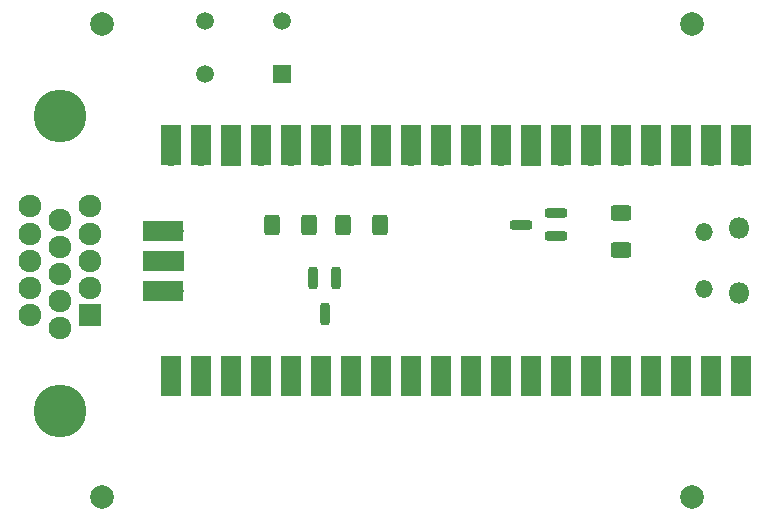
<source format=gbr>
%TF.GenerationSoftware,KiCad,Pcbnew,8.0.4*%
%TF.CreationDate,2025-01-24T17:00:10-06:00*%
%TF.ProjectId,potentiostat control,706f7465-6e74-4696-9f73-74617420636f,0.1*%
%TF.SameCoordinates,Original*%
%TF.FileFunction,Soldermask,Top*%
%TF.FilePolarity,Negative*%
%FSLAX46Y46*%
G04 Gerber Fmt 4.6, Leading zero omitted, Abs format (unit mm)*
G04 Created by KiCad (PCBNEW 8.0.4) date 2025-01-24 17:00:10*
%MOMM*%
%LPD*%
G01*
G04 APERTURE LIST*
G04 Aperture macros list*
%AMRoundRect*
0 Rectangle with rounded corners*
0 $1 Rounding radius*
0 $2 $3 $4 $5 $6 $7 $8 $9 X,Y pos of 4 corners*
0 Add a 4 corners polygon primitive as box body*
4,1,4,$2,$3,$4,$5,$6,$7,$8,$9,$2,$3,0*
0 Add four circle primitives for the rounded corners*
1,1,$1+$1,$2,$3*
1,1,$1+$1,$4,$5*
1,1,$1+$1,$6,$7*
1,1,$1+$1,$8,$9*
0 Add four rect primitives between the rounded corners*
20,1,$1+$1,$2,$3,$4,$5,0*
20,1,$1+$1,$4,$5,$6,$7,0*
20,1,$1+$1,$6,$7,$8,$9,0*
20,1,$1+$1,$8,$9,$2,$3,0*%
G04 Aperture macros list end*
%ADD10RoundRect,0.200000X-0.200000X0.750000X-0.200000X-0.750000X0.200000X-0.750000X0.200000X0.750000X0*%
%ADD11C,2.000000*%
%ADD12O,1.800000X1.800000*%
%ADD13O,1.500000X1.500000*%
%ADD14O,1.700000X1.700000*%
%ADD15R,1.700000X3.500000*%
%ADD16R,1.700000X1.700000*%
%ADD17R,3.500000X1.700000*%
%ADD18RoundRect,0.250000X0.400000X0.625000X-0.400000X0.625000X-0.400000X-0.625000X0.400000X-0.625000X0*%
%ADD19RoundRect,0.250000X0.625000X-0.400000X0.625000X0.400000X-0.625000X0.400000X-0.625000X-0.400000X0*%
%ADD20RoundRect,0.200000X0.750000X0.200000X-0.750000X0.200000X-0.750000X-0.200000X0.750000X-0.200000X0*%
%ADD21R,1.498600X1.498600*%
%ADD22C,1.498600*%
%ADD23RoundRect,0.102000X0.862500X-0.862500X0.862500X0.862500X-0.862500X0.862500X-0.862500X-0.862500X0*%
%ADD24C,1.929000*%
%ADD25C,4.470000*%
G04 APERTURE END LIST*
D10*
%TO.C,Q2*%
X119837500Y-101500000D03*
X117937500Y-101500000D03*
X118887500Y-104500000D03*
%TD*%
D11*
%TO.C,REF\u002A\u002A*%
X150000000Y-120000000D03*
%TD*%
D12*
%TO.C,U1*%
X154000000Y-97275000D03*
D13*
X150970000Y-97575000D03*
X150970000Y-102425000D03*
D12*
X154000000Y-102725000D03*
D14*
X154130000Y-91110000D03*
D15*
X154130000Y-90210000D03*
D14*
X151590000Y-91110000D03*
D15*
X151590000Y-90210000D03*
D16*
X149050000Y-91110000D03*
D15*
X149050000Y-90210000D03*
D14*
X146510000Y-91110000D03*
D15*
X146510000Y-90210000D03*
D14*
X143970000Y-91110000D03*
D15*
X143970000Y-90210000D03*
D14*
X141430000Y-91110000D03*
D15*
X141430000Y-90210000D03*
D14*
X138890000Y-91110000D03*
D15*
X138890000Y-90210000D03*
D16*
X136350000Y-91110000D03*
D15*
X136350000Y-90210000D03*
D14*
X133810000Y-91110000D03*
D15*
X133810000Y-90210000D03*
D14*
X131270000Y-91110000D03*
D15*
X131270000Y-90210000D03*
D14*
X128730000Y-91110000D03*
D15*
X128730000Y-90210000D03*
D14*
X126190000Y-91110000D03*
D15*
X126190000Y-90210000D03*
D16*
X123650000Y-91110000D03*
D15*
X123650000Y-90210000D03*
D14*
X121110000Y-91110000D03*
D15*
X121110000Y-90210000D03*
D14*
X118570000Y-91110000D03*
D15*
X118570000Y-90210000D03*
D14*
X116030000Y-91110000D03*
D15*
X116030000Y-90210000D03*
D14*
X113490000Y-91110000D03*
D15*
X113490000Y-90210000D03*
D16*
X110950000Y-91110000D03*
D15*
X110950000Y-90210000D03*
D14*
X108410000Y-91110000D03*
D15*
X108410000Y-90210000D03*
D14*
X105870000Y-91110000D03*
D15*
X105870000Y-90210000D03*
D14*
X105870000Y-108890000D03*
D15*
X105870000Y-109790000D03*
D14*
X108410000Y-108890000D03*
D15*
X108410000Y-109790000D03*
D16*
X110950000Y-108890000D03*
D15*
X110950000Y-109790000D03*
D14*
X113490000Y-108890000D03*
D15*
X113490000Y-109790000D03*
D14*
X116030000Y-108890000D03*
D15*
X116030000Y-109790000D03*
D14*
X118570000Y-108890000D03*
D15*
X118570000Y-109790000D03*
D14*
X121110000Y-108890000D03*
D15*
X121110000Y-109790000D03*
D16*
X123650000Y-108890000D03*
D15*
X123650000Y-109790000D03*
D14*
X126190000Y-108890000D03*
D15*
X126190000Y-109790000D03*
D14*
X128730000Y-108890000D03*
D15*
X128730000Y-109790000D03*
D14*
X131270000Y-108890000D03*
D15*
X131270000Y-109790000D03*
D14*
X133810000Y-108890000D03*
D15*
X133810000Y-109790000D03*
D16*
X136350000Y-108890000D03*
D15*
X136350000Y-109790000D03*
D14*
X138890000Y-108890000D03*
D15*
X138890000Y-109790000D03*
D14*
X141430000Y-108890000D03*
D15*
X141430000Y-109790000D03*
D14*
X143970000Y-108890000D03*
D15*
X143970000Y-109790000D03*
D14*
X146510000Y-108890000D03*
D15*
X146510000Y-109790000D03*
D16*
X149050000Y-108890000D03*
D15*
X149050000Y-109790000D03*
D14*
X151590000Y-108890000D03*
D15*
X151590000Y-109790000D03*
D14*
X154130000Y-108890000D03*
D15*
X154130000Y-109790000D03*
D14*
X106100000Y-97460000D03*
D17*
X105200000Y-97460000D03*
D16*
X106100000Y-100000000D03*
D17*
X105200000Y-100000000D03*
D14*
X106100000Y-102540000D03*
D17*
X105200000Y-102540000D03*
%TD*%
D18*
%TO.C,R3*%
X117550000Y-97000000D03*
X114450000Y-97000000D03*
%TD*%
D11*
%TO.C,REF\u002A\u002A*%
X100000000Y-120000000D03*
%TD*%
D19*
%TO.C,R1*%
X143970000Y-99100000D03*
X143970000Y-96000000D03*
%TD*%
D18*
%TO.C,R2*%
X123550000Y-97000000D03*
X120450000Y-97000000D03*
%TD*%
D11*
%TO.C,REF\u002A\u002A*%
X150000000Y-80000000D03*
%TD*%
D20*
%TO.C,Q1*%
X138500000Y-97900000D03*
X138500000Y-96000000D03*
X135500000Y-96950000D03*
%TD*%
D11*
%TO.C,REF\u002A\u002A*%
X100000000Y-80000000D03*
%TD*%
D21*
%TO.C,SW1*%
X115250001Y-84239401D03*
D22*
X108750000Y-84239401D03*
X115250001Y-79739400D03*
X108750000Y-79739400D03*
%TD*%
D23*
%TO.C,J1*%
X99000000Y-104580000D03*
D24*
X99000000Y-102290000D03*
X99000000Y-100000000D03*
X99000000Y-97710000D03*
X99000000Y-95420000D03*
X96460000Y-105725000D03*
X96460000Y-103435000D03*
X96460000Y-101145000D03*
X96460000Y-98855000D03*
X96460000Y-96565000D03*
X93920000Y-104580000D03*
X93920000Y-102290000D03*
X93920000Y-100000000D03*
X93920000Y-97710000D03*
X93920000Y-95420000D03*
D25*
X96460000Y-112745000D03*
X96460000Y-87755000D03*
%TD*%
M02*

</source>
